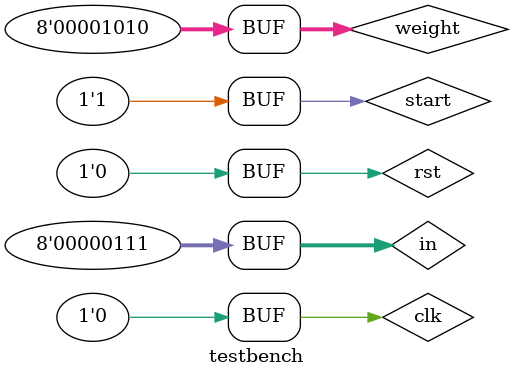
<source format=v>
`timescale 1ns / 1ps
module testbench( );
	reg clk, rst, start;
	reg [7:0]in;
	reg [7:0]weight;
	
	parameter M = 4;
	parameter N = 18;
	wire ready;
	wire [17:0]out;

	Neuron #(N, M)Neuron_0(clk, rst, start, in, weight, out, ready);
	initial begin
		start = 1'b1;
		rst = 1'b0;
		#20
		rst = 1'b1;
		#20
		rst = 1'b0;
		#20
		#80 #20 clk = 1'b0;
		#80 #20 clk = 1'b1;
		#80 #20 clk = 1'b0;
		#80 in = 8'b00000011; weight = 8'b00000110; #20 clk = 1'b1;
		#80 #20 clk = 1'b0;
		#80 #20 clk = 1'b1;
		#80 #20 clk = 1'b0;
		#80 in = 8'b00000010; weight = 8'b00000010; #20 clk = 1'b1;
		#80 #20 clk = 1'b0;
		#80 #20 clk = 1'b1;
		#80 #20 clk = 1'b0;
		#80 in = 8'b00000011; weight = 8'b00011010; #20 clk = 1'b1;
		#80 #20 clk = 1'b0;
		#80 #20 clk = 1'b1;
		#80 #20 clk = 1'b0;
		#80 in = 8'b00000111; weight = 8'b00001010; #20 clk = 1'b1;
		#80 #20 clk = 1'b0;
		#80 #20 clk = 1'b1;
		#80 #20 clk = 1'b0;
		$monitor("Expected output: %d, Actual output: %d", 170, out);
	end
endmodule

</source>
